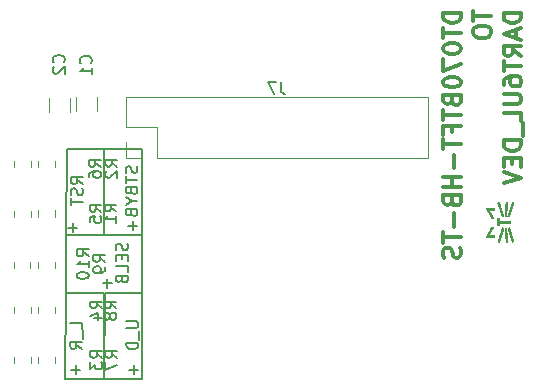
<source format=gbr>
G04 #@! TF.GenerationSoftware,KiCad,Pcbnew,(5.0.0)*
G04 #@! TF.CreationDate,2019-04-18T21:23:00-04:00*
G04 #@! TF.ProjectId,TouchscreenAdapter,546F75636873637265656E4164617074,rev?*
G04 #@! TF.SameCoordinates,Original*
G04 #@! TF.FileFunction,Legend,Bot*
G04 #@! TF.FilePolarity,Positive*
%FSLAX46Y46*%
G04 Gerber Fmt 4.6, Leading zero omitted, Abs format (unit mm)*
G04 Created by KiCad (PCBNEW (5.0.0)) date 04/18/19 21:23:00*
%MOMM*%
%LPD*%
G01*
G04 APERTURE LIST*
%ADD10C,0.300000*%
%ADD11C,0.150000*%
%ADD12C,0.200000*%
%ADD13C,0.010000*%
%ADD14C,0.120000*%
G04 APERTURE END LIST*
D10*
X145258071Y-66401642D02*
X143758071Y-66401642D01*
X143758071Y-66758785D01*
X143829500Y-66973071D01*
X143972357Y-67115928D01*
X144115214Y-67187357D01*
X144400928Y-67258785D01*
X144615214Y-67258785D01*
X144900928Y-67187357D01*
X145043785Y-67115928D01*
X145186642Y-66973071D01*
X145258071Y-66758785D01*
X145258071Y-66401642D01*
X143758071Y-67687357D02*
X143758071Y-68544500D01*
X145258071Y-68115928D02*
X143758071Y-68115928D01*
X143758071Y-69330214D02*
X143758071Y-69473071D01*
X143829500Y-69615928D01*
X143900928Y-69687357D01*
X144043785Y-69758785D01*
X144329500Y-69830214D01*
X144686642Y-69830214D01*
X144972357Y-69758785D01*
X145115214Y-69687357D01*
X145186642Y-69615928D01*
X145258071Y-69473071D01*
X145258071Y-69330214D01*
X145186642Y-69187357D01*
X145115214Y-69115928D01*
X144972357Y-69044500D01*
X144686642Y-68973071D01*
X144329500Y-68973071D01*
X144043785Y-69044500D01*
X143900928Y-69115928D01*
X143829500Y-69187357D01*
X143758071Y-69330214D01*
X143758071Y-70330214D02*
X143758071Y-71330214D01*
X145258071Y-70687357D01*
X143758071Y-72187357D02*
X143758071Y-72330214D01*
X143829500Y-72473071D01*
X143900928Y-72544500D01*
X144043785Y-72615928D01*
X144329500Y-72687357D01*
X144686642Y-72687357D01*
X144972357Y-72615928D01*
X145115214Y-72544500D01*
X145186642Y-72473071D01*
X145258071Y-72330214D01*
X145258071Y-72187357D01*
X145186642Y-72044500D01*
X145115214Y-71973071D01*
X144972357Y-71901642D01*
X144686642Y-71830214D01*
X144329500Y-71830214D01*
X144043785Y-71901642D01*
X143900928Y-71973071D01*
X143829500Y-72044500D01*
X143758071Y-72187357D01*
X144472357Y-73830214D02*
X144543785Y-74044500D01*
X144615214Y-74115928D01*
X144758071Y-74187357D01*
X144972357Y-74187357D01*
X145115214Y-74115928D01*
X145186642Y-74044500D01*
X145258071Y-73901642D01*
X145258071Y-73330214D01*
X143758071Y-73330214D01*
X143758071Y-73830214D01*
X143829500Y-73973071D01*
X143900928Y-74044500D01*
X144043785Y-74115928D01*
X144186642Y-74115928D01*
X144329500Y-74044500D01*
X144400928Y-73973071D01*
X144472357Y-73830214D01*
X144472357Y-73330214D01*
X143758071Y-74615928D02*
X143758071Y-75473071D01*
X145258071Y-75044500D02*
X143758071Y-75044500D01*
X144472357Y-76473071D02*
X144472357Y-75973071D01*
X145258071Y-75973071D02*
X143758071Y-75973071D01*
X143758071Y-76687357D01*
X143758071Y-77044500D02*
X143758071Y-77901642D01*
X145258071Y-77473071D02*
X143758071Y-77473071D01*
X144686642Y-78401642D02*
X144686642Y-79544500D01*
X145258071Y-80258785D02*
X143758071Y-80258785D01*
X144472357Y-80258785D02*
X144472357Y-81115928D01*
X145258071Y-81115928D02*
X143758071Y-81115928D01*
X144472357Y-82330214D02*
X144543785Y-82544500D01*
X144615214Y-82615928D01*
X144758071Y-82687357D01*
X144972357Y-82687357D01*
X145115214Y-82615928D01*
X145186642Y-82544500D01*
X145258071Y-82401642D01*
X145258071Y-81830214D01*
X143758071Y-81830214D01*
X143758071Y-82330214D01*
X143829500Y-82473071D01*
X143900928Y-82544500D01*
X144043785Y-82615928D01*
X144186642Y-82615928D01*
X144329500Y-82544500D01*
X144400928Y-82473071D01*
X144472357Y-82330214D01*
X144472357Y-81830214D01*
X144686642Y-83330214D02*
X144686642Y-84473071D01*
X143758071Y-84973071D02*
X143758071Y-85830214D01*
X145258071Y-85401642D02*
X143758071Y-85401642D01*
X145186642Y-86258785D02*
X145258071Y-86473071D01*
X145258071Y-86830214D01*
X145186642Y-86973071D01*
X145115214Y-87044500D01*
X144972357Y-87115928D01*
X144829500Y-87115928D01*
X144686642Y-87044500D01*
X144615214Y-86973071D01*
X144543785Y-86830214D01*
X144472357Y-86544500D01*
X144400928Y-86401642D01*
X144329500Y-86330214D01*
X144186642Y-86258785D01*
X144043785Y-86258785D01*
X143900928Y-86330214D01*
X143829500Y-86401642D01*
X143758071Y-86544500D01*
X143758071Y-86901642D01*
X143829500Y-87115928D01*
X146308071Y-66187357D02*
X146308071Y-67044500D01*
X147808071Y-66615928D02*
X146308071Y-66615928D01*
X146308071Y-67830214D02*
X146308071Y-68115928D01*
X146379500Y-68258785D01*
X146522357Y-68401642D01*
X146808071Y-68473071D01*
X147308071Y-68473071D01*
X147593785Y-68401642D01*
X147736642Y-68258785D01*
X147808071Y-68115928D01*
X147808071Y-67830214D01*
X147736642Y-67687357D01*
X147593785Y-67544500D01*
X147308071Y-67473071D01*
X146808071Y-67473071D01*
X146522357Y-67544500D01*
X146379500Y-67687357D01*
X146308071Y-67830214D01*
X150358071Y-66401642D02*
X148858071Y-66401642D01*
X148858071Y-66758785D01*
X148929500Y-66973071D01*
X149072357Y-67115928D01*
X149215214Y-67187357D01*
X149500928Y-67258785D01*
X149715214Y-67258785D01*
X150000928Y-67187357D01*
X150143785Y-67115928D01*
X150286642Y-66973071D01*
X150358071Y-66758785D01*
X150358071Y-66401642D01*
X149929500Y-67830214D02*
X149929500Y-68544500D01*
X150358071Y-67687357D02*
X148858071Y-68187357D01*
X150358071Y-68687357D01*
X150358071Y-70044500D02*
X149643785Y-69544500D01*
X150358071Y-69187357D02*
X148858071Y-69187357D01*
X148858071Y-69758785D01*
X148929500Y-69901642D01*
X149000928Y-69973071D01*
X149143785Y-70044500D01*
X149358071Y-70044500D01*
X149500928Y-69973071D01*
X149572357Y-69901642D01*
X149643785Y-69758785D01*
X149643785Y-69187357D01*
X148858071Y-70473071D02*
X148858071Y-71330214D01*
X150358071Y-70901642D02*
X148858071Y-70901642D01*
X148858071Y-72473071D02*
X148858071Y-72187357D01*
X148929500Y-72044500D01*
X149000928Y-71973071D01*
X149215214Y-71830214D01*
X149500928Y-71758785D01*
X150072357Y-71758785D01*
X150215214Y-71830214D01*
X150286642Y-71901642D01*
X150358071Y-72044500D01*
X150358071Y-72330214D01*
X150286642Y-72473071D01*
X150215214Y-72544500D01*
X150072357Y-72615928D01*
X149715214Y-72615928D01*
X149572357Y-72544500D01*
X149500928Y-72473071D01*
X149429500Y-72330214D01*
X149429500Y-72044500D01*
X149500928Y-71901642D01*
X149572357Y-71830214D01*
X149715214Y-71758785D01*
X148858071Y-73258785D02*
X150072357Y-73258785D01*
X150215214Y-73330214D01*
X150286642Y-73401642D01*
X150358071Y-73544500D01*
X150358071Y-73830214D01*
X150286642Y-73973071D01*
X150215214Y-74044500D01*
X150072357Y-74115928D01*
X148858071Y-74115928D01*
X150358071Y-75544500D02*
X150358071Y-74830214D01*
X148858071Y-74830214D01*
X150500928Y-75687357D02*
X150500928Y-76830214D01*
X150358071Y-77187357D02*
X148858071Y-77187357D01*
X148858071Y-77544500D01*
X148929500Y-77758785D01*
X149072357Y-77901642D01*
X149215214Y-77973071D01*
X149500928Y-78044500D01*
X149715214Y-78044500D01*
X150000928Y-77973071D01*
X150143785Y-77901642D01*
X150286642Y-77758785D01*
X150358071Y-77544500D01*
X150358071Y-77187357D01*
X149572357Y-78687357D02*
X149572357Y-79187357D01*
X150358071Y-79401642D02*
X150358071Y-78687357D01*
X148858071Y-78687357D01*
X148858071Y-79401642D01*
X148858071Y-79830214D02*
X150358071Y-80330214D01*
X148858071Y-80830214D01*
D11*
X117855952Y-84399428D02*
X117094047Y-84399428D01*
X117475000Y-84780380D02*
X117475000Y-84018476D01*
X112775952Y-84589928D02*
X112014047Y-84589928D01*
X112395000Y-84970880D02*
X112395000Y-84208976D01*
X115696952Y-89288928D02*
X114935047Y-89288928D01*
X115316000Y-89669880D02*
X115316000Y-88907976D01*
X117919452Y-96591428D02*
X117157547Y-96591428D01*
X117538500Y-96972380D02*
X117538500Y-96210476D01*
X113029952Y-96591428D02*
X112268047Y-96591428D01*
X112649000Y-96972380D02*
X112649000Y-96210476D01*
D12*
X111823500Y-85217000D02*
X111823500Y-90106500D01*
X118237000Y-85217000D02*
X118237000Y-90106500D01*
X116990761Y-85923642D02*
X117038380Y-86066500D01*
X117038380Y-86304595D01*
X116990761Y-86399833D01*
X116943142Y-86447452D01*
X116847904Y-86495071D01*
X116752666Y-86495071D01*
X116657428Y-86447452D01*
X116609809Y-86399833D01*
X116562190Y-86304595D01*
X116514571Y-86114119D01*
X116466952Y-86018880D01*
X116419333Y-85971261D01*
X116324095Y-85923642D01*
X116228857Y-85923642D01*
X116133619Y-85971261D01*
X116086000Y-86018880D01*
X116038380Y-86114119D01*
X116038380Y-86352214D01*
X116086000Y-86495071D01*
X116514571Y-86923642D02*
X116514571Y-87256976D01*
X117038380Y-87399833D02*
X117038380Y-86923642D01*
X116038380Y-86923642D01*
X116038380Y-87399833D01*
X117038380Y-88304595D02*
X117038380Y-87828404D01*
X116038380Y-87828404D01*
X116514571Y-88971261D02*
X116562190Y-89114119D01*
X116609809Y-89161738D01*
X116705047Y-89209357D01*
X116847904Y-89209357D01*
X116943142Y-89161738D01*
X116990761Y-89114119D01*
X117038380Y-89018880D01*
X117038380Y-88637928D01*
X116038380Y-88637928D01*
X116038380Y-88971261D01*
X116086000Y-89066500D01*
X116133619Y-89114119D01*
X116228857Y-89161738D01*
X116324095Y-89161738D01*
X116419333Y-89114119D01*
X116466952Y-89066500D01*
X116514571Y-88971261D01*
X116514571Y-88637928D01*
X113228380Y-80859380D02*
X112752190Y-80526047D01*
X113228380Y-80287952D02*
X112228380Y-80287952D01*
X112228380Y-80668904D01*
X112276000Y-80764142D01*
X112323619Y-80811761D01*
X112418857Y-80859380D01*
X112561714Y-80859380D01*
X112656952Y-80811761D01*
X112704571Y-80764142D01*
X112752190Y-80668904D01*
X112752190Y-80287952D01*
X113180761Y-81240333D02*
X113228380Y-81383190D01*
X113228380Y-81621285D01*
X113180761Y-81716523D01*
X113133142Y-81764142D01*
X113037904Y-81811761D01*
X112942666Y-81811761D01*
X112847428Y-81764142D01*
X112799809Y-81716523D01*
X112752190Y-81621285D01*
X112704571Y-81430809D01*
X112656952Y-81335571D01*
X112609333Y-81287952D01*
X112514095Y-81240333D01*
X112418857Y-81240333D01*
X112323619Y-81287952D01*
X112276000Y-81335571D01*
X112228380Y-81430809D01*
X112228380Y-81668904D01*
X112276000Y-81811761D01*
X112228380Y-82097476D02*
X112228380Y-82668904D01*
X113228380Y-82383190D02*
X112228380Y-82383190D01*
X115062000Y-77914500D02*
X111887000Y-77914500D01*
X111823500Y-85217000D02*
X115062000Y-85217000D01*
X115062000Y-85217000D02*
X115062000Y-77914500D01*
X111887000Y-77914500D02*
X111823500Y-85217000D01*
X117816261Y-79375261D02*
X117863880Y-79518119D01*
X117863880Y-79756214D01*
X117816261Y-79851452D01*
X117768642Y-79899071D01*
X117673404Y-79946690D01*
X117578166Y-79946690D01*
X117482928Y-79899071D01*
X117435309Y-79851452D01*
X117387690Y-79756214D01*
X117340071Y-79565738D01*
X117292452Y-79470500D01*
X117244833Y-79422880D01*
X117149595Y-79375261D01*
X117054357Y-79375261D01*
X116959119Y-79422880D01*
X116911500Y-79470500D01*
X116863880Y-79565738D01*
X116863880Y-79803833D01*
X116911500Y-79946690D01*
X116863880Y-80232404D02*
X116863880Y-80803833D01*
X117863880Y-80518119D02*
X116863880Y-80518119D01*
X117340071Y-81470500D02*
X117387690Y-81613357D01*
X117435309Y-81660976D01*
X117530547Y-81708595D01*
X117673404Y-81708595D01*
X117768642Y-81660976D01*
X117816261Y-81613357D01*
X117863880Y-81518119D01*
X117863880Y-81137166D01*
X116863880Y-81137166D01*
X116863880Y-81470500D01*
X116911500Y-81565738D01*
X116959119Y-81613357D01*
X117054357Y-81660976D01*
X117149595Y-81660976D01*
X117244833Y-81613357D01*
X117292452Y-81565738D01*
X117340071Y-81470500D01*
X117340071Y-81137166D01*
X117387690Y-82327642D02*
X117863880Y-82327642D01*
X116863880Y-81994309D02*
X117387690Y-82327642D01*
X116863880Y-82660976D01*
X117340071Y-83327642D02*
X117387690Y-83470500D01*
X117435309Y-83518119D01*
X117530547Y-83565738D01*
X117673404Y-83565738D01*
X117768642Y-83518119D01*
X117816261Y-83470500D01*
X117863880Y-83375261D01*
X117863880Y-82994309D01*
X116863880Y-82994309D01*
X116863880Y-83327642D01*
X116911500Y-83422880D01*
X116959119Y-83470500D01*
X117054357Y-83518119D01*
X117149595Y-83518119D01*
X117244833Y-83470500D01*
X117292452Y-83422880D01*
X117340071Y-83327642D01*
X117340071Y-82994309D01*
X115062000Y-77914500D02*
X114998500Y-85217000D01*
X118237000Y-85217000D02*
X118237000Y-77914500D01*
X118237000Y-77914500D02*
X115062000Y-77914500D01*
X114998500Y-85217000D02*
X118237000Y-85217000D01*
X116927380Y-92495833D02*
X117736904Y-92495833D01*
X117832142Y-92543452D01*
X117879761Y-92591071D01*
X117927380Y-92686309D01*
X117927380Y-92876785D01*
X117879761Y-92972023D01*
X117832142Y-93019642D01*
X117736904Y-93067261D01*
X116927380Y-93067261D01*
X118022619Y-93305357D02*
X118022619Y-94067261D01*
X117927380Y-94305357D02*
X116927380Y-94305357D01*
X116927380Y-94543452D01*
X116975000Y-94686309D01*
X117070238Y-94781547D01*
X117165476Y-94829166D01*
X117355952Y-94876785D01*
X117498809Y-94876785D01*
X117689285Y-94829166D01*
X117784523Y-94781547D01*
X117879761Y-94686309D01*
X117927380Y-94543452D01*
X117927380Y-94305357D01*
X115062000Y-97345500D02*
X118237000Y-97345500D01*
X115125500Y-90106500D02*
X115062000Y-97345500D01*
X118237000Y-90106500D02*
X115125500Y-90106500D01*
X118237000Y-97345500D02*
X118237000Y-90106500D01*
X113164880Y-93154571D02*
X113164880Y-92678380D01*
X112164880Y-92678380D01*
X113260119Y-93249809D02*
X113260119Y-94011714D01*
X113164880Y-94821238D02*
X112688690Y-94487904D01*
X113164880Y-94249809D02*
X112164880Y-94249809D01*
X112164880Y-94630761D01*
X112212500Y-94726000D01*
X112260119Y-94773619D01*
X112355357Y-94821238D01*
X112498214Y-94821238D01*
X112593452Y-94773619D01*
X112641071Y-94726000D01*
X112688690Y-94630761D01*
X112688690Y-94249809D01*
X111760000Y-97345500D02*
X114998500Y-97345500D01*
X111823500Y-90043000D02*
X111760000Y-97345500D01*
X114998500Y-90106500D02*
X111823500Y-90106500D01*
X114998500Y-97345500D02*
X114998500Y-90106500D01*
D13*
G04 #@! TO.C,G\002A\002A\002A*
G36*
X149199282Y-84596986D02*
X149200422Y-84600710D01*
X149203191Y-84609449D01*
X149207493Y-84622904D01*
X149213231Y-84640775D01*
X149220307Y-84662765D01*
X149228625Y-84688572D01*
X149238088Y-84717899D01*
X149248599Y-84750447D01*
X149260060Y-84785916D01*
X149272376Y-84824008D01*
X149285449Y-84864423D01*
X149299182Y-84906862D01*
X149313478Y-84951027D01*
X149328240Y-84996618D01*
X149343372Y-85043337D01*
X149358776Y-85090884D01*
X149374356Y-85138960D01*
X149390014Y-85187266D01*
X149405654Y-85235504D01*
X149421178Y-85283374D01*
X149436490Y-85330577D01*
X149451493Y-85376814D01*
X149466090Y-85421787D01*
X149480183Y-85465195D01*
X149493677Y-85506741D01*
X149506474Y-85546124D01*
X149518476Y-85583047D01*
X149529588Y-85617210D01*
X149539713Y-85648313D01*
X149548752Y-85676059D01*
X149556610Y-85700147D01*
X149563189Y-85720280D01*
X149568393Y-85736157D01*
X149572124Y-85747480D01*
X149574286Y-85753950D01*
X149574818Y-85755437D01*
X149577737Y-85754995D01*
X149585033Y-85753064D01*
X149595731Y-85749954D01*
X149608857Y-85745973D01*
X149623439Y-85741432D01*
X149638501Y-85736640D01*
X149653071Y-85731906D01*
X149666174Y-85727540D01*
X149676836Y-85723852D01*
X149684084Y-85721151D01*
X149686896Y-85719808D01*
X149686219Y-85716985D01*
X149683878Y-85709038D01*
X149679951Y-85696214D01*
X149674516Y-85678757D01*
X149667653Y-85656914D01*
X149659440Y-85630930D01*
X149649954Y-85601051D01*
X149639274Y-85567522D01*
X149627480Y-85530588D01*
X149614648Y-85490496D01*
X149600859Y-85447490D01*
X149586189Y-85401817D01*
X149570718Y-85353722D01*
X149554523Y-85303450D01*
X149537684Y-85251247D01*
X149520279Y-85197358D01*
X149502386Y-85142029D01*
X149501075Y-85137978D01*
X149483129Y-85082545D01*
X149465633Y-85028536D01*
X149448666Y-84976196D01*
X149432309Y-84925772D01*
X149416641Y-84877508D01*
X149401742Y-84831650D01*
X149387693Y-84788445D01*
X149374574Y-84748137D01*
X149362464Y-84710972D01*
X149351444Y-84677197D01*
X149341594Y-84647056D01*
X149332994Y-84620795D01*
X149325723Y-84598660D01*
X149319863Y-84580896D01*
X149315492Y-84567750D01*
X149312691Y-84559466D01*
X149311540Y-84556291D01*
X149311523Y-84556266D01*
X149308404Y-84556576D01*
X149300748Y-84558439D01*
X149289375Y-84561622D01*
X149275104Y-84565895D01*
X149258753Y-84571024D01*
X149253664Y-84572663D01*
X149234959Y-84578758D01*
X149220981Y-84583447D01*
X149211076Y-84587023D01*
X149204588Y-84589779D01*
X149200863Y-84592008D01*
X149199246Y-84594003D01*
X149199081Y-84596056D01*
X149199282Y-84596986D01*
X149199282Y-84596986D01*
G37*
X149199282Y-84596986D02*
X149200422Y-84600710D01*
X149203191Y-84609449D01*
X149207493Y-84622904D01*
X149213231Y-84640775D01*
X149220307Y-84662765D01*
X149228625Y-84688572D01*
X149238088Y-84717899D01*
X149248599Y-84750447D01*
X149260060Y-84785916D01*
X149272376Y-84824008D01*
X149285449Y-84864423D01*
X149299182Y-84906862D01*
X149313478Y-84951027D01*
X149328240Y-84996618D01*
X149343372Y-85043337D01*
X149358776Y-85090884D01*
X149374356Y-85138960D01*
X149390014Y-85187266D01*
X149405654Y-85235504D01*
X149421178Y-85283374D01*
X149436490Y-85330577D01*
X149451493Y-85376814D01*
X149466090Y-85421787D01*
X149480183Y-85465195D01*
X149493677Y-85506741D01*
X149506474Y-85546124D01*
X149518476Y-85583047D01*
X149529588Y-85617210D01*
X149539713Y-85648313D01*
X149548752Y-85676059D01*
X149556610Y-85700147D01*
X149563189Y-85720280D01*
X149568393Y-85736157D01*
X149572124Y-85747480D01*
X149574286Y-85753950D01*
X149574818Y-85755437D01*
X149577737Y-85754995D01*
X149585033Y-85753064D01*
X149595731Y-85749954D01*
X149608857Y-85745973D01*
X149623439Y-85741432D01*
X149638501Y-85736640D01*
X149653071Y-85731906D01*
X149666174Y-85727540D01*
X149676836Y-85723852D01*
X149684084Y-85721151D01*
X149686896Y-85719808D01*
X149686219Y-85716985D01*
X149683878Y-85709038D01*
X149679951Y-85696214D01*
X149674516Y-85678757D01*
X149667653Y-85656914D01*
X149659440Y-85630930D01*
X149649954Y-85601051D01*
X149639274Y-85567522D01*
X149627480Y-85530588D01*
X149614648Y-85490496D01*
X149600859Y-85447490D01*
X149586189Y-85401817D01*
X149570718Y-85353722D01*
X149554523Y-85303450D01*
X149537684Y-85251247D01*
X149520279Y-85197358D01*
X149502386Y-85142029D01*
X149501075Y-85137978D01*
X149483129Y-85082545D01*
X149465633Y-85028536D01*
X149448666Y-84976196D01*
X149432309Y-84925772D01*
X149416641Y-84877508D01*
X149401742Y-84831650D01*
X149387693Y-84788445D01*
X149374574Y-84748137D01*
X149362464Y-84710972D01*
X149351444Y-84677197D01*
X149341594Y-84647056D01*
X149332994Y-84620795D01*
X149325723Y-84598660D01*
X149319863Y-84580896D01*
X149315492Y-84567750D01*
X149312691Y-84559466D01*
X149311540Y-84556291D01*
X149311523Y-84556266D01*
X149308404Y-84556576D01*
X149300748Y-84558439D01*
X149289375Y-84561622D01*
X149275104Y-84565895D01*
X149258753Y-84571024D01*
X149253664Y-84572663D01*
X149234959Y-84578758D01*
X149220981Y-84583447D01*
X149211076Y-84587023D01*
X149204588Y-84589779D01*
X149200863Y-84592008D01*
X149199246Y-84594003D01*
X149199081Y-84596056D01*
X149199282Y-84596986D01*
G36*
X149192253Y-83585329D02*
X149199210Y-83587933D01*
X149209639Y-83591611D01*
X149222587Y-83596047D01*
X149237101Y-83600927D01*
X149252229Y-83605935D01*
X149267015Y-83610757D01*
X149280509Y-83615078D01*
X149291755Y-83618581D01*
X149299801Y-83620953D01*
X149303694Y-83621878D01*
X149303904Y-83621850D01*
X149304814Y-83619126D01*
X149307381Y-83611277D01*
X149311525Y-83598549D01*
X149317167Y-83581186D01*
X149324226Y-83559434D01*
X149332624Y-83533538D01*
X149342281Y-83503745D01*
X149353117Y-83470299D01*
X149365054Y-83433446D01*
X149378011Y-83393432D01*
X149391909Y-83350502D01*
X149406668Y-83304901D01*
X149422209Y-83256876D01*
X149438453Y-83206670D01*
X149455319Y-83154531D01*
X149472729Y-83100703D01*
X149490603Y-83045432D01*
X149491435Y-83042859D01*
X149509343Y-82987482D01*
X149526798Y-82933511D01*
X149543720Y-82881194D01*
X149560030Y-82830778D01*
X149575647Y-82782510D01*
X149590490Y-82736637D01*
X149604481Y-82693407D01*
X149617539Y-82653067D01*
X149629584Y-82615863D01*
X149640536Y-82582044D01*
X149650315Y-82551856D01*
X149658841Y-82525547D01*
X149666033Y-82503363D01*
X149671813Y-82485553D01*
X149676099Y-82472363D01*
X149678812Y-82464040D01*
X149679872Y-82460832D01*
X149679878Y-82460815D01*
X149678741Y-82456916D01*
X149674577Y-82454365D01*
X149667687Y-82451920D01*
X149657317Y-82448455D01*
X149644445Y-82444276D01*
X149630049Y-82439688D01*
X149615109Y-82434996D01*
X149600604Y-82430504D01*
X149587510Y-82426519D01*
X149576808Y-82423345D01*
X149569477Y-82421288D01*
X149566493Y-82420652D01*
X149566477Y-82420661D01*
X149565539Y-82423383D01*
X149562961Y-82431178D01*
X149558841Y-82443747D01*
X149553274Y-82460792D01*
X149546358Y-82482014D01*
X149538189Y-82507116D01*
X149528863Y-82535798D01*
X149518478Y-82567763D01*
X149507130Y-82602711D01*
X149494916Y-82640345D01*
X149481931Y-82680367D01*
X149468274Y-82722478D01*
X149454040Y-82766379D01*
X149439325Y-82811772D01*
X149424228Y-82858360D01*
X149408843Y-82905843D01*
X149393269Y-82953923D01*
X149377601Y-83002302D01*
X149361936Y-83050682D01*
X149346371Y-83098764D01*
X149331002Y-83146250D01*
X149315926Y-83192841D01*
X149301240Y-83238239D01*
X149287039Y-83282146D01*
X149273422Y-83324264D01*
X149260484Y-83364293D01*
X149248321Y-83401937D01*
X149237032Y-83436895D01*
X149226711Y-83468871D01*
X149217457Y-83497565D01*
X149209365Y-83522680D01*
X149202532Y-83543916D01*
X149197054Y-83560977D01*
X149193029Y-83573562D01*
X149190553Y-83581374D01*
X149189722Y-83584113D01*
X149192253Y-83585329D01*
X149192253Y-83585329D01*
G37*
X149192253Y-83585329D02*
X149199210Y-83587933D01*
X149209639Y-83591611D01*
X149222587Y-83596047D01*
X149237101Y-83600927D01*
X149252229Y-83605935D01*
X149267015Y-83610757D01*
X149280509Y-83615078D01*
X149291755Y-83618581D01*
X149299801Y-83620953D01*
X149303694Y-83621878D01*
X149303904Y-83621850D01*
X149304814Y-83619126D01*
X149307381Y-83611277D01*
X149311525Y-83598549D01*
X149317167Y-83581186D01*
X149324226Y-83559434D01*
X149332624Y-83533538D01*
X149342281Y-83503745D01*
X149353117Y-83470299D01*
X149365054Y-83433446D01*
X149378011Y-83393432D01*
X149391909Y-83350502D01*
X149406668Y-83304901D01*
X149422209Y-83256876D01*
X149438453Y-83206670D01*
X149455319Y-83154531D01*
X149472729Y-83100703D01*
X149490603Y-83045432D01*
X149491435Y-83042859D01*
X149509343Y-82987482D01*
X149526798Y-82933511D01*
X149543720Y-82881194D01*
X149560030Y-82830778D01*
X149575647Y-82782510D01*
X149590490Y-82736637D01*
X149604481Y-82693407D01*
X149617539Y-82653067D01*
X149629584Y-82615863D01*
X149640536Y-82582044D01*
X149650315Y-82551856D01*
X149658841Y-82525547D01*
X149666033Y-82503363D01*
X149671813Y-82485553D01*
X149676099Y-82472363D01*
X149678812Y-82464040D01*
X149679872Y-82460832D01*
X149679878Y-82460815D01*
X149678741Y-82456916D01*
X149674577Y-82454365D01*
X149667687Y-82451920D01*
X149657317Y-82448455D01*
X149644445Y-82444276D01*
X149630049Y-82439688D01*
X149615109Y-82434996D01*
X149600604Y-82430504D01*
X149587510Y-82426519D01*
X149576808Y-82423345D01*
X149569477Y-82421288D01*
X149566493Y-82420652D01*
X149566477Y-82420661D01*
X149565539Y-82423383D01*
X149562961Y-82431178D01*
X149558841Y-82443747D01*
X149553274Y-82460792D01*
X149546358Y-82482014D01*
X149538189Y-82507116D01*
X149528863Y-82535798D01*
X149518478Y-82567763D01*
X149507130Y-82602711D01*
X149494916Y-82640345D01*
X149481931Y-82680367D01*
X149468274Y-82722478D01*
X149454040Y-82766379D01*
X149439325Y-82811772D01*
X149424228Y-82858360D01*
X149408843Y-82905843D01*
X149393269Y-82953923D01*
X149377601Y-83002302D01*
X149361936Y-83050682D01*
X149346371Y-83098764D01*
X149331002Y-83146250D01*
X149315926Y-83192841D01*
X149301240Y-83238239D01*
X149287039Y-83282146D01*
X149273422Y-83324264D01*
X149260484Y-83364293D01*
X149248321Y-83401937D01*
X149237032Y-83436895D01*
X149226711Y-83468871D01*
X149217457Y-83497565D01*
X149209365Y-83522680D01*
X149202532Y-83543916D01*
X149197054Y-83560977D01*
X149193029Y-83573562D01*
X149190553Y-83581374D01*
X149189722Y-83584113D01*
X149192253Y-83585329D01*
G36*
X148447478Y-84353400D02*
X148447478Y-84164311D01*
X149440900Y-84164311D01*
X149440900Y-83978045D01*
X148447478Y-83978045D01*
X148447478Y-83788956D01*
X148278145Y-83788956D01*
X148278145Y-84353400D01*
X148447478Y-84353400D01*
X148447478Y-84353400D01*
G37*
X148447478Y-84353400D02*
X148447478Y-84164311D01*
X149440900Y-84164311D01*
X149440900Y-83978045D01*
X148447478Y-83978045D01*
X148447478Y-83788956D01*
X148278145Y-83788956D01*
X148278145Y-84353400D01*
X148447478Y-84353400D01*
G36*
X148958753Y-84592109D02*
X148959215Y-84600277D01*
X148960022Y-84613447D01*
X148961154Y-84631305D01*
X148962588Y-84653537D01*
X148964305Y-84679828D01*
X148966281Y-84709864D01*
X148968497Y-84743331D01*
X148970930Y-84779914D01*
X148973559Y-84819299D01*
X148976363Y-84861172D01*
X148979320Y-84905218D01*
X148982409Y-84951123D01*
X148985609Y-84998572D01*
X148988899Y-85047252D01*
X148992256Y-85096848D01*
X148995660Y-85147045D01*
X148999089Y-85197529D01*
X149002522Y-85247986D01*
X149005938Y-85298102D01*
X149009314Y-85347562D01*
X149012631Y-85396052D01*
X149015865Y-85443257D01*
X149018997Y-85488863D01*
X149022005Y-85532556D01*
X149024866Y-85574022D01*
X149027561Y-85612945D01*
X149030067Y-85649012D01*
X149032364Y-85681909D01*
X149034429Y-85711321D01*
X149036242Y-85736933D01*
X149037780Y-85758432D01*
X149039024Y-85775503D01*
X149039951Y-85787832D01*
X149040540Y-85795104D01*
X149040756Y-85797073D01*
X149043685Y-85797117D01*
X149051349Y-85796777D01*
X149062856Y-85796105D01*
X149077313Y-85795154D01*
X149093767Y-85793980D01*
X149110757Y-85792744D01*
X149126142Y-85791660D01*
X149138902Y-85790798D01*
X149148012Y-85790227D01*
X149152328Y-85790017D01*
X149155690Y-85789569D01*
X149157558Y-85787530D01*
X149158323Y-85782648D01*
X149158379Y-85773669D01*
X149158332Y-85770861D01*
X149158105Y-85766207D01*
X149157505Y-85756194D01*
X149156551Y-85741097D01*
X149155260Y-85721189D01*
X149153652Y-85696742D01*
X149151745Y-85668031D01*
X149149557Y-85635327D01*
X149147106Y-85598905D01*
X149144412Y-85559038D01*
X149141492Y-85515998D01*
X149138365Y-85470059D01*
X149135050Y-85421493D01*
X149131565Y-85370575D01*
X149127928Y-85317578D01*
X149124158Y-85262773D01*
X149120273Y-85206436D01*
X149117591Y-85167611D01*
X149113653Y-85110664D01*
X149109818Y-85055217D01*
X149106104Y-85001534D01*
X149102530Y-84949875D01*
X149099113Y-84900505D01*
X149095872Y-84853686D01*
X149092825Y-84809679D01*
X149089990Y-84768749D01*
X149087385Y-84731157D01*
X149085029Y-84697165D01*
X149082940Y-84667038D01*
X149081136Y-84641036D01*
X149079634Y-84619423D01*
X149078454Y-84602460D01*
X149077614Y-84590412D01*
X149077131Y-84583540D01*
X149077015Y-84581942D01*
X149074317Y-84581728D01*
X149066994Y-84581874D01*
X149056053Y-84582320D01*
X149042496Y-84583002D01*
X149027329Y-84583860D01*
X149011557Y-84584830D01*
X148996183Y-84585851D01*
X148982212Y-84586860D01*
X148970650Y-84587796D01*
X148962499Y-84588596D01*
X148958766Y-84589198D01*
X148958659Y-84589258D01*
X148958753Y-84592109D01*
X148958753Y-84592109D01*
G37*
X148958753Y-84592109D02*
X148959215Y-84600277D01*
X148960022Y-84613447D01*
X148961154Y-84631305D01*
X148962588Y-84653537D01*
X148964305Y-84679828D01*
X148966281Y-84709864D01*
X148968497Y-84743331D01*
X148970930Y-84779914D01*
X148973559Y-84819299D01*
X148976363Y-84861172D01*
X148979320Y-84905218D01*
X148982409Y-84951123D01*
X148985609Y-84998572D01*
X148988899Y-85047252D01*
X148992256Y-85096848D01*
X148995660Y-85147045D01*
X148999089Y-85197529D01*
X149002522Y-85247986D01*
X149005938Y-85298102D01*
X149009314Y-85347562D01*
X149012631Y-85396052D01*
X149015865Y-85443257D01*
X149018997Y-85488863D01*
X149022005Y-85532556D01*
X149024866Y-85574022D01*
X149027561Y-85612945D01*
X149030067Y-85649012D01*
X149032364Y-85681909D01*
X149034429Y-85711321D01*
X149036242Y-85736933D01*
X149037780Y-85758432D01*
X149039024Y-85775503D01*
X149039951Y-85787832D01*
X149040540Y-85795104D01*
X149040756Y-85797073D01*
X149043685Y-85797117D01*
X149051349Y-85796777D01*
X149062856Y-85796105D01*
X149077313Y-85795154D01*
X149093767Y-85793980D01*
X149110757Y-85792744D01*
X149126142Y-85791660D01*
X149138902Y-85790798D01*
X149148012Y-85790227D01*
X149152328Y-85790017D01*
X149155690Y-85789569D01*
X149157558Y-85787530D01*
X149158323Y-85782648D01*
X149158379Y-85773669D01*
X149158332Y-85770861D01*
X149158105Y-85766207D01*
X149157505Y-85756194D01*
X149156551Y-85741097D01*
X149155260Y-85721189D01*
X149153652Y-85696742D01*
X149151745Y-85668031D01*
X149149557Y-85635327D01*
X149147106Y-85598905D01*
X149144412Y-85559038D01*
X149141492Y-85515998D01*
X149138365Y-85470059D01*
X149135050Y-85421493D01*
X149131565Y-85370575D01*
X149127928Y-85317578D01*
X149124158Y-85262773D01*
X149120273Y-85206436D01*
X149117591Y-85167611D01*
X149113653Y-85110664D01*
X149109818Y-85055217D01*
X149106104Y-85001534D01*
X149102530Y-84949875D01*
X149099113Y-84900505D01*
X149095872Y-84853686D01*
X149092825Y-84809679D01*
X149089990Y-84768749D01*
X149087385Y-84731157D01*
X149085029Y-84697165D01*
X149082940Y-84667038D01*
X149081136Y-84641036D01*
X149079634Y-84619423D01*
X149078454Y-84602460D01*
X149077614Y-84590412D01*
X149077131Y-84583540D01*
X149077015Y-84581942D01*
X149074317Y-84581728D01*
X149066994Y-84581874D01*
X149056053Y-84582320D01*
X149042496Y-84583002D01*
X149027329Y-84583860D01*
X149011557Y-84584830D01*
X148996183Y-84585851D01*
X148982212Y-84586860D01*
X148970650Y-84587796D01*
X148962499Y-84588596D01*
X148958766Y-84589198D01*
X148958659Y-84589258D01*
X148958753Y-84592109D01*
G36*
X148953314Y-83587682D02*
X148960927Y-83588442D01*
X148972126Y-83589386D01*
X148985889Y-83590445D01*
X149001193Y-83591549D01*
X149017015Y-83592627D01*
X149032331Y-83593611D01*
X149046119Y-83594430D01*
X149057355Y-83595015D01*
X149065017Y-83595296D01*
X149068081Y-83595203D01*
X149068083Y-83595202D01*
X149068381Y-83592352D01*
X149069037Y-83584186D01*
X149070031Y-83571020D01*
X149071340Y-83553171D01*
X149072943Y-83530955D01*
X149074818Y-83504686D01*
X149076944Y-83474682D01*
X149079298Y-83441258D01*
X149081859Y-83404730D01*
X149084606Y-83365414D01*
X149087516Y-83323626D01*
X149090568Y-83279683D01*
X149093741Y-83233899D01*
X149097012Y-83186591D01*
X149100360Y-83138076D01*
X149103764Y-83088668D01*
X149107201Y-83038684D01*
X149110650Y-82988441D01*
X149114089Y-82938253D01*
X149117497Y-82888437D01*
X149120851Y-82839308D01*
X149124131Y-82791184D01*
X149127314Y-82744379D01*
X149130379Y-82699210D01*
X149133304Y-82655993D01*
X149136068Y-82615043D01*
X149138648Y-82576677D01*
X149141024Y-82541211D01*
X149143172Y-82508960D01*
X149145073Y-82480241D01*
X149146703Y-82455369D01*
X149148042Y-82434661D01*
X149149068Y-82418432D01*
X149149758Y-82406999D01*
X149150092Y-82400677D01*
X149150121Y-82399717D01*
X149149979Y-82391632D01*
X149148734Y-82387678D01*
X149145373Y-82386342D01*
X149141039Y-82386151D01*
X149135239Y-82385892D01*
X149124947Y-82385274D01*
X149111299Y-82384373D01*
X149095430Y-82383262D01*
X149082478Y-82382316D01*
X149066452Y-82381154D01*
X149052518Y-82380203D01*
X149041593Y-82379520D01*
X149034592Y-82379162D01*
X149032407Y-82379160D01*
X149032125Y-82381997D01*
X149031486Y-82390152D01*
X149030513Y-82403310D01*
X149029226Y-82421157D01*
X149027647Y-82443379D01*
X149025797Y-82469660D01*
X149023697Y-82499688D01*
X149021370Y-82533147D01*
X149018836Y-82569724D01*
X149016116Y-82609103D01*
X149013233Y-82650971D01*
X149010207Y-82695014D01*
X149007059Y-82740916D01*
X149003812Y-82788364D01*
X149000486Y-82837044D01*
X148997104Y-82886640D01*
X148993685Y-82936839D01*
X148990252Y-82987327D01*
X148986825Y-83037789D01*
X148983427Y-83087911D01*
X148980079Y-83137378D01*
X148976801Y-83185876D01*
X148973616Y-83233092D01*
X148970545Y-83278709D01*
X148967608Y-83322415D01*
X148964828Y-83363895D01*
X148962226Y-83402835D01*
X148959823Y-83438920D01*
X148957641Y-83471835D01*
X148955700Y-83501268D01*
X148954023Y-83526903D01*
X148952630Y-83548426D01*
X148951543Y-83565522D01*
X148950784Y-83577878D01*
X148950373Y-83585179D01*
X148950312Y-83587175D01*
X148953314Y-83587682D01*
X148953314Y-83587682D01*
G37*
X148953314Y-83587682D02*
X148960927Y-83588442D01*
X148972126Y-83589386D01*
X148985889Y-83590445D01*
X149001193Y-83591549D01*
X149017015Y-83592627D01*
X149032331Y-83593611D01*
X149046119Y-83594430D01*
X149057355Y-83595015D01*
X149065017Y-83595296D01*
X149068081Y-83595203D01*
X149068083Y-83595202D01*
X149068381Y-83592352D01*
X149069037Y-83584186D01*
X149070031Y-83571020D01*
X149071340Y-83553171D01*
X149072943Y-83530955D01*
X149074818Y-83504686D01*
X149076944Y-83474682D01*
X149079298Y-83441258D01*
X149081859Y-83404730D01*
X149084606Y-83365414D01*
X149087516Y-83323626D01*
X149090568Y-83279683D01*
X149093741Y-83233899D01*
X149097012Y-83186591D01*
X149100360Y-83138076D01*
X149103764Y-83088668D01*
X149107201Y-83038684D01*
X149110650Y-82988441D01*
X149114089Y-82938253D01*
X149117497Y-82888437D01*
X149120851Y-82839308D01*
X149124131Y-82791184D01*
X149127314Y-82744379D01*
X149130379Y-82699210D01*
X149133304Y-82655993D01*
X149136068Y-82615043D01*
X149138648Y-82576677D01*
X149141024Y-82541211D01*
X149143172Y-82508960D01*
X149145073Y-82480241D01*
X149146703Y-82455369D01*
X149148042Y-82434661D01*
X149149068Y-82418432D01*
X149149758Y-82406999D01*
X149150092Y-82400677D01*
X149150121Y-82399717D01*
X149149979Y-82391632D01*
X149148734Y-82387678D01*
X149145373Y-82386342D01*
X149141039Y-82386151D01*
X149135239Y-82385892D01*
X149124947Y-82385274D01*
X149111299Y-82384373D01*
X149095430Y-82383262D01*
X149082478Y-82382316D01*
X149066452Y-82381154D01*
X149052518Y-82380203D01*
X149041593Y-82379520D01*
X149034592Y-82379162D01*
X149032407Y-82379160D01*
X149032125Y-82381997D01*
X149031486Y-82390152D01*
X149030513Y-82403310D01*
X149029226Y-82421157D01*
X149027647Y-82443379D01*
X149025797Y-82469660D01*
X149023697Y-82499688D01*
X149021370Y-82533147D01*
X149018836Y-82569724D01*
X149016116Y-82609103D01*
X149013233Y-82650971D01*
X149010207Y-82695014D01*
X149007059Y-82740916D01*
X149003812Y-82788364D01*
X149000486Y-82837044D01*
X148997104Y-82886640D01*
X148993685Y-82936839D01*
X148990252Y-82987327D01*
X148986825Y-83037789D01*
X148983427Y-83087911D01*
X148980079Y-83137378D01*
X148976801Y-83185876D01*
X148973616Y-83233092D01*
X148970545Y-83278709D01*
X148967608Y-83322415D01*
X148964828Y-83363895D01*
X148962226Y-83402835D01*
X148959823Y-83438920D01*
X148957641Y-83471835D01*
X148955700Y-83501268D01*
X148954023Y-83526903D01*
X148952630Y-83548426D01*
X148951543Y-83565522D01*
X148950784Y-83577878D01*
X148950373Y-83585179D01*
X148950312Y-83587175D01*
X148953314Y-83587682D01*
G36*
X148352508Y-85724105D02*
X148355892Y-85725734D01*
X148363571Y-85728597D01*
X148374569Y-85732386D01*
X148387909Y-85736795D01*
X148402617Y-85741519D01*
X148417715Y-85746250D01*
X148432229Y-85750683D01*
X148445181Y-85754511D01*
X148455597Y-85757428D01*
X148462499Y-85759128D01*
X148464894Y-85759372D01*
X148465866Y-85756616D01*
X148468478Y-85748788D01*
X148472635Y-85736185D01*
X148478239Y-85719105D01*
X148485194Y-85697846D01*
X148493404Y-85672706D01*
X148502771Y-85643983D01*
X148513200Y-85611975D01*
X148524593Y-85576979D01*
X148536854Y-85539294D01*
X148549886Y-85499217D01*
X148563593Y-85457046D01*
X148577878Y-85413079D01*
X148592644Y-85367614D01*
X148607796Y-85320949D01*
X148623235Y-85273382D01*
X148638866Y-85225209D01*
X148654592Y-85176731D01*
X148670317Y-85128243D01*
X148685943Y-85080045D01*
X148701374Y-85032433D01*
X148716514Y-84985706D01*
X148731266Y-84940162D01*
X148745533Y-84896099D01*
X148759219Y-84853814D01*
X148772226Y-84813605D01*
X148784459Y-84775770D01*
X148795821Y-84740608D01*
X148806215Y-84708415D01*
X148815545Y-84679490D01*
X148823714Y-84654130D01*
X148830625Y-84632634D01*
X148836181Y-84615300D01*
X148840287Y-84602424D01*
X148842845Y-84594306D01*
X148843587Y-84591878D01*
X148843732Y-84589858D01*
X148842477Y-84587903D01*
X148839174Y-84585731D01*
X148833177Y-84583062D01*
X148823840Y-84579613D01*
X148810517Y-84575103D01*
X148792561Y-84569250D01*
X148788930Y-84568079D01*
X148772097Y-84562740D01*
X148757132Y-84558162D01*
X148744845Y-84554579D01*
X148736046Y-84552223D01*
X148731546Y-84551331D01*
X148731150Y-84551388D01*
X148730077Y-84554246D01*
X148727378Y-84562171D01*
X148723147Y-84574864D01*
X148717481Y-84592028D01*
X148710476Y-84613367D01*
X148702228Y-84638582D01*
X148692832Y-84667378D01*
X148682385Y-84699456D01*
X148670982Y-84734520D01*
X148658720Y-84772272D01*
X148645694Y-84812416D01*
X148632001Y-84854654D01*
X148617736Y-84898689D01*
X148602995Y-84944224D01*
X148587874Y-84990962D01*
X148572470Y-85038605D01*
X148556877Y-85086857D01*
X148541192Y-85135420D01*
X148525512Y-85183997D01*
X148509931Y-85232292D01*
X148494546Y-85280006D01*
X148479453Y-85326843D01*
X148464747Y-85372506D01*
X148450525Y-85416697D01*
X148436883Y-85459120D01*
X148423916Y-85499477D01*
X148411720Y-85537471D01*
X148400392Y-85572805D01*
X148390028Y-85605181D01*
X148380722Y-85634303D01*
X148372572Y-85659874D01*
X148365673Y-85681596D01*
X148360121Y-85699172D01*
X148356012Y-85712306D01*
X148353442Y-85720699D01*
X148352507Y-85724055D01*
X148352508Y-85724105D01*
X148352508Y-85724105D01*
G37*
X148352508Y-85724105D02*
X148355892Y-85725734D01*
X148363571Y-85728597D01*
X148374569Y-85732386D01*
X148387909Y-85736795D01*
X148402617Y-85741519D01*
X148417715Y-85746250D01*
X148432229Y-85750683D01*
X148445181Y-85754511D01*
X148455597Y-85757428D01*
X148462499Y-85759128D01*
X148464894Y-85759372D01*
X148465866Y-85756616D01*
X148468478Y-85748788D01*
X148472635Y-85736185D01*
X148478239Y-85719105D01*
X148485194Y-85697846D01*
X148493404Y-85672706D01*
X148502771Y-85643983D01*
X148513200Y-85611975D01*
X148524593Y-85576979D01*
X148536854Y-85539294D01*
X148549886Y-85499217D01*
X148563593Y-85457046D01*
X148577878Y-85413079D01*
X148592644Y-85367614D01*
X148607796Y-85320949D01*
X148623235Y-85273382D01*
X148638866Y-85225209D01*
X148654592Y-85176731D01*
X148670317Y-85128243D01*
X148685943Y-85080045D01*
X148701374Y-85032433D01*
X148716514Y-84985706D01*
X148731266Y-84940162D01*
X148745533Y-84896099D01*
X148759219Y-84853814D01*
X148772226Y-84813605D01*
X148784459Y-84775770D01*
X148795821Y-84740608D01*
X148806215Y-84708415D01*
X148815545Y-84679490D01*
X148823714Y-84654130D01*
X148830625Y-84632634D01*
X148836181Y-84615300D01*
X148840287Y-84602424D01*
X148842845Y-84594306D01*
X148843587Y-84591878D01*
X148843732Y-84589858D01*
X148842477Y-84587903D01*
X148839174Y-84585731D01*
X148833177Y-84583062D01*
X148823840Y-84579613D01*
X148810517Y-84575103D01*
X148792561Y-84569250D01*
X148788930Y-84568079D01*
X148772097Y-84562740D01*
X148757132Y-84558162D01*
X148744845Y-84554579D01*
X148736046Y-84552223D01*
X148731546Y-84551331D01*
X148731150Y-84551388D01*
X148730077Y-84554246D01*
X148727378Y-84562171D01*
X148723147Y-84574864D01*
X148717481Y-84592028D01*
X148710476Y-84613367D01*
X148702228Y-84638582D01*
X148692832Y-84667378D01*
X148682385Y-84699456D01*
X148670982Y-84734520D01*
X148658720Y-84772272D01*
X148645694Y-84812416D01*
X148632001Y-84854654D01*
X148617736Y-84898689D01*
X148602995Y-84944224D01*
X148587874Y-84990962D01*
X148572470Y-85038605D01*
X148556877Y-85086857D01*
X148541192Y-85135420D01*
X148525512Y-85183997D01*
X148509931Y-85232292D01*
X148494546Y-85280006D01*
X148479453Y-85326843D01*
X148464747Y-85372506D01*
X148450525Y-85416697D01*
X148436883Y-85459120D01*
X148423916Y-85499477D01*
X148411720Y-85537471D01*
X148400392Y-85572805D01*
X148390028Y-85605181D01*
X148380722Y-85634303D01*
X148372572Y-85659874D01*
X148365673Y-85681596D01*
X148360121Y-85699172D01*
X148356012Y-85712306D01*
X148353442Y-85720699D01*
X148352507Y-85724055D01*
X148352508Y-85724105D01*
G36*
X148343911Y-82455763D02*
X148346411Y-82463699D01*
X148350461Y-82476404D01*
X148355964Y-82493582D01*
X148362823Y-82514934D01*
X148370943Y-82540163D01*
X148380226Y-82568972D01*
X148390577Y-82601063D01*
X148401900Y-82636140D01*
X148414097Y-82673904D01*
X148427073Y-82714058D01*
X148440731Y-82756304D01*
X148454975Y-82800346D01*
X148469708Y-82845887D01*
X148484835Y-82892627D01*
X148500258Y-82940271D01*
X148515882Y-82988521D01*
X148531610Y-83037079D01*
X148547346Y-83085648D01*
X148562994Y-83133931D01*
X148578456Y-83181630D01*
X148593638Y-83228448D01*
X148608441Y-83274087D01*
X148622771Y-83318251D01*
X148636531Y-83360641D01*
X148649624Y-83400960D01*
X148661954Y-83438911D01*
X148673425Y-83474197D01*
X148683941Y-83506519D01*
X148693404Y-83535581D01*
X148701719Y-83561086D01*
X148708790Y-83582735D01*
X148714520Y-83600232D01*
X148718812Y-83613279D01*
X148721571Y-83621579D01*
X148722699Y-83624834D01*
X148722719Y-83624870D01*
X148725683Y-83624489D01*
X148733009Y-83622619D01*
X148743734Y-83619564D01*
X148756901Y-83615627D01*
X148771547Y-83611113D01*
X148786714Y-83606325D01*
X148801440Y-83601566D01*
X148814767Y-83597142D01*
X148825733Y-83593354D01*
X148833379Y-83590508D01*
X148836744Y-83588906D01*
X148836821Y-83588775D01*
X148835953Y-83585976D01*
X148833426Y-83578051D01*
X148829318Y-83565245D01*
X148823708Y-83547801D01*
X148816676Y-83525965D01*
X148808300Y-83499980D01*
X148798659Y-83470090D01*
X148787832Y-83436541D01*
X148775898Y-83399576D01*
X148762935Y-83359440D01*
X148749023Y-83316376D01*
X148734240Y-83270630D01*
X148718666Y-83222445D01*
X148702379Y-83172067D01*
X148685457Y-83119738D01*
X148667981Y-83065704D01*
X148650028Y-83010209D01*
X148647229Y-83001556D01*
X148629212Y-82945871D01*
X148611657Y-82891618D01*
X148594644Y-82839041D01*
X148578250Y-82788383D01*
X148562555Y-82739889D01*
X148547639Y-82693802D01*
X148533579Y-82650366D01*
X148520454Y-82609824D01*
X148508345Y-82572421D01*
X148497329Y-82538400D01*
X148487485Y-82508005D01*
X148478893Y-82481480D01*
X148471631Y-82459068D01*
X148465778Y-82441013D01*
X148461413Y-82427559D01*
X148458616Y-82418950D01*
X148457464Y-82415429D01*
X148457438Y-82415354D01*
X148454752Y-82415896D01*
X148447674Y-82417945D01*
X148437155Y-82421189D01*
X148424146Y-82425317D01*
X148409598Y-82430016D01*
X148394462Y-82434975D01*
X148379689Y-82439880D01*
X148366230Y-82444421D01*
X148355036Y-82448285D01*
X148347058Y-82451159D01*
X148343247Y-82452732D01*
X148343056Y-82452893D01*
X148343911Y-82455763D01*
X148343911Y-82455763D01*
G37*
X148343911Y-82455763D02*
X148346411Y-82463699D01*
X148350461Y-82476404D01*
X148355964Y-82493582D01*
X148362823Y-82514934D01*
X148370943Y-82540163D01*
X148380226Y-82568972D01*
X148390577Y-82601063D01*
X148401900Y-82636140D01*
X148414097Y-82673904D01*
X148427073Y-82714058D01*
X148440731Y-82756304D01*
X148454975Y-82800346D01*
X148469708Y-82845887D01*
X148484835Y-82892627D01*
X148500258Y-82940271D01*
X148515882Y-82988521D01*
X148531610Y-83037079D01*
X148547346Y-83085648D01*
X148562994Y-83133931D01*
X148578456Y-83181630D01*
X148593638Y-83228448D01*
X148608441Y-83274087D01*
X148622771Y-83318251D01*
X148636531Y-83360641D01*
X148649624Y-83400960D01*
X148661954Y-83438911D01*
X148673425Y-83474197D01*
X148683941Y-83506519D01*
X148693404Y-83535581D01*
X148701719Y-83561086D01*
X148708790Y-83582735D01*
X148714520Y-83600232D01*
X148718812Y-83613279D01*
X148721571Y-83621579D01*
X148722699Y-83624834D01*
X148722719Y-83624870D01*
X148725683Y-83624489D01*
X148733009Y-83622619D01*
X148743734Y-83619564D01*
X148756901Y-83615627D01*
X148771547Y-83611113D01*
X148786714Y-83606325D01*
X148801440Y-83601566D01*
X148814767Y-83597142D01*
X148825733Y-83593354D01*
X148833379Y-83590508D01*
X148836744Y-83588906D01*
X148836821Y-83588775D01*
X148835953Y-83585976D01*
X148833426Y-83578051D01*
X148829318Y-83565245D01*
X148823708Y-83547801D01*
X148816676Y-83525965D01*
X148808300Y-83499980D01*
X148798659Y-83470090D01*
X148787832Y-83436541D01*
X148775898Y-83399576D01*
X148762935Y-83359440D01*
X148749023Y-83316376D01*
X148734240Y-83270630D01*
X148718666Y-83222445D01*
X148702379Y-83172067D01*
X148685457Y-83119738D01*
X148667981Y-83065704D01*
X148650028Y-83010209D01*
X148647229Y-83001556D01*
X148629212Y-82945871D01*
X148611657Y-82891618D01*
X148594644Y-82839041D01*
X148578250Y-82788383D01*
X148562555Y-82739889D01*
X148547639Y-82693802D01*
X148533579Y-82650366D01*
X148520454Y-82609824D01*
X148508345Y-82572421D01*
X148497329Y-82538400D01*
X148487485Y-82508005D01*
X148478893Y-82481480D01*
X148471631Y-82459068D01*
X148465778Y-82441013D01*
X148461413Y-82427559D01*
X148458616Y-82418950D01*
X148457464Y-82415429D01*
X148457438Y-82415354D01*
X148454752Y-82415896D01*
X148447674Y-82417945D01*
X148437155Y-82421189D01*
X148424146Y-82425317D01*
X148409598Y-82430016D01*
X148394462Y-82434975D01*
X148379689Y-82439880D01*
X148366230Y-82444421D01*
X148355036Y-82448285D01*
X148347058Y-82451159D01*
X148343247Y-82452732D01*
X148343056Y-82452893D01*
X148343911Y-82455763D01*
G36*
X147368414Y-82912208D02*
X147372098Y-82919427D01*
X147378156Y-82930899D01*
X147386405Y-82946282D01*
X147396658Y-82965236D01*
X147408731Y-82987423D01*
X147422438Y-83012501D01*
X147437594Y-83040130D01*
X147454015Y-83069972D01*
X147471514Y-83101685D01*
X147489907Y-83134929D01*
X147496888Y-83147527D01*
X147518787Y-83187028D01*
X147542178Y-83229237D01*
X147566606Y-83273331D01*
X147591616Y-83318488D01*
X147616754Y-83363887D01*
X147641564Y-83408706D01*
X147665592Y-83452124D01*
X147688382Y-83493318D01*
X147709481Y-83531468D01*
X147728432Y-83565750D01*
X147733641Y-83575176D01*
X147753700Y-83611439D01*
X147771231Y-83643031D01*
X147786400Y-83670239D01*
X147799375Y-83693349D01*
X147810323Y-83712650D01*
X147819411Y-83728429D01*
X147826807Y-83740973D01*
X147832678Y-83750568D01*
X147837192Y-83757504D01*
X147840516Y-83762066D01*
X147842817Y-83764542D01*
X147844262Y-83765219D01*
X147844341Y-83765205D01*
X147848310Y-83763522D01*
X147856353Y-83759537D01*
X147867612Y-83753697D01*
X147881231Y-83746445D01*
X147896352Y-83738229D01*
X147897342Y-83737685D01*
X147915806Y-83727352D01*
X147929443Y-83719272D01*
X147938522Y-83713271D01*
X147943312Y-83709172D01*
X147944229Y-83707111D01*
X147942755Y-83704175D01*
X147938700Y-83696593D01*
X147932222Y-83684654D01*
X147923479Y-83668646D01*
X147912632Y-83648859D01*
X147899839Y-83625580D01*
X147885259Y-83599099D01*
X147869051Y-83569704D01*
X147851374Y-83537684D01*
X147832387Y-83503327D01*
X147812249Y-83466922D01*
X147791118Y-83428758D01*
X147769155Y-83389123D01*
X147757841Y-83368717D01*
X147735559Y-83328516D01*
X147714061Y-83289678D01*
X147693504Y-83252489D01*
X147674043Y-83217234D01*
X147655835Y-83184198D01*
X147639037Y-83153667D01*
X147623805Y-83125925D01*
X147610296Y-83101258D01*
X147598666Y-83079951D01*
X147589071Y-83062289D01*
X147581668Y-83048557D01*
X147576614Y-83039040D01*
X147574066Y-83034024D01*
X147573782Y-83033289D01*
X147576741Y-83033122D01*
X147584803Y-83033070D01*
X147597425Y-83033125D01*
X147614067Y-83033277D01*
X147634187Y-83033516D01*
X147657245Y-83033833D01*
X147682698Y-83034220D01*
X147710006Y-83034665D01*
X147738628Y-83035160D01*
X147768022Y-83035696D01*
X147797647Y-83036262D01*
X147826962Y-83036850D01*
X147855426Y-83037451D01*
X147882498Y-83038054D01*
X147907636Y-83038650D01*
X147930300Y-83039230D01*
X147949947Y-83039784D01*
X147954295Y-83039917D01*
X148010034Y-83041647D01*
X148010034Y-82919711D01*
X147981106Y-82919721D01*
X147974269Y-82919666D01*
X147962211Y-82919503D01*
X147945354Y-82919240D01*
X147924121Y-82918885D01*
X147898934Y-82918445D01*
X147870215Y-82917928D01*
X147838386Y-82917342D01*
X147803870Y-82916694D01*
X147767089Y-82915992D01*
X147728465Y-82915244D01*
X147688420Y-82914457D01*
X147660488Y-82913902D01*
X147620399Y-82913115D01*
X147581911Y-82912389D01*
X147545398Y-82911727D01*
X147511233Y-82911137D01*
X147479791Y-82910623D01*
X147451446Y-82910190D01*
X147426571Y-82909845D01*
X147405542Y-82909593D01*
X147388732Y-82909439D01*
X147376514Y-82909389D01*
X147369264Y-82909449D01*
X147367291Y-82909580D01*
X147368414Y-82912208D01*
X147368414Y-82912208D01*
G37*
X147368414Y-82912208D02*
X147372098Y-82919427D01*
X147378156Y-82930899D01*
X147386405Y-82946282D01*
X147396658Y-82965236D01*
X147408731Y-82987423D01*
X147422438Y-83012501D01*
X147437594Y-83040130D01*
X147454015Y-83069972D01*
X147471514Y-83101685D01*
X147489907Y-83134929D01*
X147496888Y-83147527D01*
X147518787Y-83187028D01*
X147542178Y-83229237D01*
X147566606Y-83273331D01*
X147591616Y-83318488D01*
X147616754Y-83363887D01*
X147641564Y-83408706D01*
X147665592Y-83452124D01*
X147688382Y-83493318D01*
X147709481Y-83531468D01*
X147728432Y-83565750D01*
X147733641Y-83575176D01*
X147753700Y-83611439D01*
X147771231Y-83643031D01*
X147786400Y-83670239D01*
X147799375Y-83693349D01*
X147810323Y-83712650D01*
X147819411Y-83728429D01*
X147826807Y-83740973D01*
X147832678Y-83750568D01*
X147837192Y-83757504D01*
X147840516Y-83762066D01*
X147842817Y-83764542D01*
X147844262Y-83765219D01*
X147844341Y-83765205D01*
X147848310Y-83763522D01*
X147856353Y-83759537D01*
X147867612Y-83753697D01*
X147881231Y-83746445D01*
X147896352Y-83738229D01*
X147897342Y-83737685D01*
X147915806Y-83727352D01*
X147929443Y-83719272D01*
X147938522Y-83713271D01*
X147943312Y-83709172D01*
X147944229Y-83707111D01*
X147942755Y-83704175D01*
X147938700Y-83696593D01*
X147932222Y-83684654D01*
X147923479Y-83668646D01*
X147912632Y-83648859D01*
X147899839Y-83625580D01*
X147885259Y-83599099D01*
X147869051Y-83569704D01*
X147851374Y-83537684D01*
X147832387Y-83503327D01*
X147812249Y-83466922D01*
X147791118Y-83428758D01*
X147769155Y-83389123D01*
X147757841Y-83368717D01*
X147735559Y-83328516D01*
X147714061Y-83289678D01*
X147693504Y-83252489D01*
X147674043Y-83217234D01*
X147655835Y-83184198D01*
X147639037Y-83153667D01*
X147623805Y-83125925D01*
X147610296Y-83101258D01*
X147598666Y-83079951D01*
X147589071Y-83062289D01*
X147581668Y-83048557D01*
X147576614Y-83039040D01*
X147574066Y-83034024D01*
X147573782Y-83033289D01*
X147576741Y-83033122D01*
X147584803Y-83033070D01*
X147597425Y-83033125D01*
X147614067Y-83033277D01*
X147634187Y-83033516D01*
X147657245Y-83033833D01*
X147682698Y-83034220D01*
X147710006Y-83034665D01*
X147738628Y-83035160D01*
X147768022Y-83035696D01*
X147797647Y-83036262D01*
X147826962Y-83036850D01*
X147855426Y-83037451D01*
X147882498Y-83038054D01*
X147907636Y-83038650D01*
X147930300Y-83039230D01*
X147949947Y-83039784D01*
X147954295Y-83039917D01*
X148010034Y-83041647D01*
X148010034Y-82919711D01*
X147981106Y-82919721D01*
X147974269Y-82919666D01*
X147962211Y-82919503D01*
X147945354Y-82919240D01*
X147924121Y-82918885D01*
X147898934Y-82918445D01*
X147870215Y-82917928D01*
X147838386Y-82917342D01*
X147803870Y-82916694D01*
X147767089Y-82915992D01*
X147728465Y-82915244D01*
X147688420Y-82914457D01*
X147660488Y-82913902D01*
X147620399Y-82913115D01*
X147581911Y-82912389D01*
X147545398Y-82911727D01*
X147511233Y-82911137D01*
X147479791Y-82910623D01*
X147451446Y-82910190D01*
X147426571Y-82909845D01*
X147405542Y-82909593D01*
X147388732Y-82909439D01*
X147376514Y-82909389D01*
X147369264Y-82909449D01*
X147367291Y-82909580D01*
X147368414Y-82912208D01*
G36*
X147370235Y-85331681D02*
X147378471Y-85331716D01*
X147391602Y-85331644D01*
X147409254Y-85331469D01*
X147431053Y-85331198D01*
X147456625Y-85330835D01*
X147485595Y-85330386D01*
X147517591Y-85329857D01*
X147552238Y-85329254D01*
X147589161Y-85328581D01*
X147627987Y-85327845D01*
X147660465Y-85327207D01*
X147701238Y-85326401D01*
X147740879Y-85325629D01*
X147778966Y-85324897D01*
X147815075Y-85324214D01*
X147848786Y-85323587D01*
X147879675Y-85323024D01*
X147907320Y-85322533D01*
X147931300Y-85322121D01*
X147951192Y-85321796D01*
X147966573Y-85321565D01*
X147977021Y-85321436D01*
X147981106Y-85321411D01*
X148010034Y-85321423D01*
X148010034Y-85199446D01*
X147952884Y-85201201D01*
X147933763Y-85201752D01*
X147911540Y-85202331D01*
X147886756Y-85202927D01*
X147859952Y-85203531D01*
X147831669Y-85204135D01*
X147802449Y-85204728D01*
X147772831Y-85205301D01*
X147743359Y-85205844D01*
X147714571Y-85206349D01*
X147687010Y-85206806D01*
X147661216Y-85207205D01*
X147637731Y-85207536D01*
X147617095Y-85207791D01*
X147599850Y-85207960D01*
X147586537Y-85208034D01*
X147577696Y-85208002D01*
X147573870Y-85207856D01*
X147573758Y-85207821D01*
X147574951Y-85205250D01*
X147578731Y-85198031D01*
X147584939Y-85186448D01*
X147593421Y-85170788D01*
X147604019Y-85151335D01*
X147616577Y-85128374D01*
X147630939Y-85102190D01*
X147646947Y-85073069D01*
X147664446Y-85041296D01*
X147683279Y-85007156D01*
X147703289Y-84970934D01*
X147724320Y-84932915D01*
X147746216Y-84893385D01*
X147757841Y-84872417D01*
X147780163Y-84832151D01*
X147801732Y-84793210D01*
X147822389Y-84755884D01*
X147841975Y-84720461D01*
X147860331Y-84687229D01*
X147877298Y-84656477D01*
X147892717Y-84628494D01*
X147906429Y-84603568D01*
X147918275Y-84581988D01*
X147928096Y-84564043D01*
X147935734Y-84550021D01*
X147941028Y-84540211D01*
X147943820Y-84534901D01*
X147944229Y-84534023D01*
X147942747Y-84531359D01*
X147937202Y-84526926D01*
X147927328Y-84520551D01*
X147912858Y-84512059D01*
X147896622Y-84502978D01*
X147881390Y-84494670D01*
X147867660Y-84487339D01*
X147856264Y-84481418D01*
X147848037Y-84477337D01*
X147843810Y-84475529D01*
X147843621Y-84475486D01*
X147841794Y-84477147D01*
X147838031Y-84482500D01*
X147832253Y-84491681D01*
X147824383Y-84504827D01*
X147814342Y-84522075D01*
X147802050Y-84543562D01*
X147787429Y-84569426D01*
X147770401Y-84599802D01*
X147750886Y-84634828D01*
X147728806Y-84674640D01*
X147720323Y-84689975D01*
X147698585Y-84729284D01*
X147674725Y-84772414D01*
X147649309Y-84818344D01*
X147622902Y-84866054D01*
X147596069Y-84914522D01*
X147569376Y-84962728D01*
X147543389Y-85009649D01*
X147518672Y-85054264D01*
X147495790Y-85095553D01*
X147483571Y-85117597D01*
X147465891Y-85149533D01*
X147449049Y-85180048D01*
X147433241Y-85208781D01*
X147418661Y-85235375D01*
X147405504Y-85259470D01*
X147393967Y-85280707D01*
X147384243Y-85298727D01*
X147376528Y-85313171D01*
X147371017Y-85323680D01*
X147367905Y-85329896D01*
X147367269Y-85331532D01*
X147370235Y-85331681D01*
X147370235Y-85331681D01*
G37*
X147370235Y-85331681D02*
X147378471Y-85331716D01*
X147391602Y-85331644D01*
X147409254Y-85331469D01*
X147431053Y-85331198D01*
X147456625Y-85330835D01*
X147485595Y-85330386D01*
X147517591Y-85329857D01*
X147552238Y-85329254D01*
X147589161Y-85328581D01*
X147627987Y-85327845D01*
X147660465Y-85327207D01*
X147701238Y-85326401D01*
X147740879Y-85325629D01*
X147778966Y-85324897D01*
X147815075Y-85324214D01*
X147848786Y-85323587D01*
X147879675Y-85323024D01*
X147907320Y-85322533D01*
X147931300Y-85322121D01*
X147951192Y-85321796D01*
X147966573Y-85321565D01*
X147977021Y-85321436D01*
X147981106Y-85321411D01*
X148010034Y-85321423D01*
X148010034Y-85199446D01*
X147952884Y-85201201D01*
X147933763Y-85201752D01*
X147911540Y-85202331D01*
X147886756Y-85202927D01*
X147859952Y-85203531D01*
X147831669Y-85204135D01*
X147802449Y-85204728D01*
X147772831Y-85205301D01*
X147743359Y-85205844D01*
X147714571Y-85206349D01*
X147687010Y-85206806D01*
X147661216Y-85207205D01*
X147637731Y-85207536D01*
X147617095Y-85207791D01*
X147599850Y-85207960D01*
X147586537Y-85208034D01*
X147577696Y-85208002D01*
X147573870Y-85207856D01*
X147573758Y-85207821D01*
X147574951Y-85205250D01*
X147578731Y-85198031D01*
X147584939Y-85186448D01*
X147593421Y-85170788D01*
X147604019Y-85151335D01*
X147616577Y-85128374D01*
X147630939Y-85102190D01*
X147646947Y-85073069D01*
X147664446Y-85041296D01*
X147683279Y-85007156D01*
X147703289Y-84970934D01*
X147724320Y-84932915D01*
X147746216Y-84893385D01*
X147757841Y-84872417D01*
X147780163Y-84832151D01*
X147801732Y-84793210D01*
X147822389Y-84755884D01*
X147841975Y-84720461D01*
X147860331Y-84687229D01*
X147877298Y-84656477D01*
X147892717Y-84628494D01*
X147906429Y-84603568D01*
X147918275Y-84581988D01*
X147928096Y-84564043D01*
X147935734Y-84550021D01*
X147941028Y-84540211D01*
X147943820Y-84534901D01*
X147944229Y-84534023D01*
X147942747Y-84531359D01*
X147937202Y-84526926D01*
X147927328Y-84520551D01*
X147912858Y-84512059D01*
X147896622Y-84502978D01*
X147881390Y-84494670D01*
X147867660Y-84487339D01*
X147856264Y-84481418D01*
X147848037Y-84477337D01*
X147843810Y-84475529D01*
X147843621Y-84475486D01*
X147841794Y-84477147D01*
X147838031Y-84482500D01*
X147832253Y-84491681D01*
X147824383Y-84504827D01*
X147814342Y-84522075D01*
X147802050Y-84543562D01*
X147787429Y-84569426D01*
X147770401Y-84599802D01*
X147750886Y-84634828D01*
X147728806Y-84674640D01*
X147720323Y-84689975D01*
X147698585Y-84729284D01*
X147674725Y-84772414D01*
X147649309Y-84818344D01*
X147622902Y-84866054D01*
X147596069Y-84914522D01*
X147569376Y-84962728D01*
X147543389Y-85009649D01*
X147518672Y-85054264D01*
X147495790Y-85095553D01*
X147483571Y-85117597D01*
X147465891Y-85149533D01*
X147449049Y-85180048D01*
X147433241Y-85208781D01*
X147418661Y-85235375D01*
X147405504Y-85259470D01*
X147393967Y-85280707D01*
X147384243Y-85298727D01*
X147376528Y-85313171D01*
X147371017Y-85323680D01*
X147367905Y-85329896D01*
X147367269Y-85331532D01*
X147370235Y-85331681D01*
D14*
G04 #@! TO.C,C1*
X112628000Y-74733564D02*
X112628000Y-73529436D01*
X114448000Y-74733564D02*
X114448000Y-73529436D01*
G04 #@! TO.C,C2*
X112162000Y-74770064D02*
X112162000Y-73565936D01*
X110342000Y-74770064D02*
X110342000Y-73565936D01*
G04 #@! TO.C,J7*
X116907000Y-73473000D02*
X116907000Y-76073000D01*
X116907000Y-73473000D02*
X142427000Y-73473000D01*
X142427000Y-73473000D02*
X142427000Y-78673000D01*
X119507000Y-78673000D02*
X142427000Y-78673000D01*
X119507000Y-76073000D02*
X119507000Y-78673000D01*
X116907000Y-76073000D02*
X119507000Y-76073000D01*
X116907000Y-78673000D02*
X118237000Y-78673000D01*
X116907000Y-77343000D02*
X116907000Y-78673000D01*
G04 #@! TO.C,R1*
X109431107Y-83627031D02*
X109431107Y-83104527D01*
X110851107Y-83627031D02*
X110851107Y-83104527D01*
G04 #@! TO.C,R2*
X109431107Y-79436031D02*
X109431107Y-78913527D01*
X110851107Y-79436031D02*
X110851107Y-78913527D01*
G04 #@! TO.C,R3*
X107399107Y-96018531D02*
X107399107Y-95496027D01*
X108819107Y-96018531D02*
X108819107Y-95496027D01*
G04 #@! TO.C,R4*
X108819107Y-91818531D02*
X108819107Y-91296027D01*
X107399107Y-91818531D02*
X107399107Y-91296027D01*
G04 #@! TO.C,R5*
X108819107Y-83645031D02*
X108819107Y-83122527D01*
X107399107Y-83645031D02*
X107399107Y-83122527D01*
G04 #@! TO.C,R6*
X107399107Y-79436031D02*
X107399107Y-78913527D01*
X108819107Y-79436031D02*
X108819107Y-78913527D01*
G04 #@! TO.C,R7*
X109431107Y-96009531D02*
X109431107Y-95487027D01*
X110851107Y-96009531D02*
X110851107Y-95487027D01*
G04 #@! TO.C,R8*
X110851107Y-91827531D02*
X110851107Y-91305027D01*
X109431107Y-91827531D02*
X109431107Y-91305027D01*
G04 #@! TO.C,R9*
X109431107Y-88017531D02*
X109431107Y-87495027D01*
X110851107Y-88017531D02*
X110851107Y-87495027D01*
G04 #@! TO.C,R10*
X107367000Y-87495748D02*
X107367000Y-88018252D01*
X108787000Y-87495748D02*
X108787000Y-88018252D01*
G04 #@! TO.C,C1*
D11*
X113895142Y-70635833D02*
X113942761Y-70588214D01*
X113990380Y-70445357D01*
X113990380Y-70350119D01*
X113942761Y-70207261D01*
X113847523Y-70112023D01*
X113752285Y-70064404D01*
X113561809Y-70016785D01*
X113418952Y-70016785D01*
X113228476Y-70064404D01*
X113133238Y-70112023D01*
X113038000Y-70207261D01*
X112990380Y-70350119D01*
X112990380Y-70445357D01*
X113038000Y-70588214D01*
X113085619Y-70635833D01*
X113990380Y-71588214D02*
X113990380Y-71016785D01*
X113990380Y-71302500D02*
X112990380Y-71302500D01*
X113133238Y-71207261D01*
X113228476Y-71112023D01*
X113276095Y-71016785D01*
G04 #@! TO.C,C2*
X111609142Y-70572333D02*
X111656761Y-70524714D01*
X111704380Y-70381857D01*
X111704380Y-70286619D01*
X111656761Y-70143761D01*
X111561523Y-70048523D01*
X111466285Y-70000904D01*
X111275809Y-69953285D01*
X111132952Y-69953285D01*
X110942476Y-70000904D01*
X110847238Y-70048523D01*
X110752000Y-70143761D01*
X110704380Y-70286619D01*
X110704380Y-70381857D01*
X110752000Y-70524714D01*
X110799619Y-70572333D01*
X110799619Y-70953285D02*
X110752000Y-71000904D01*
X110704380Y-71096142D01*
X110704380Y-71334238D01*
X110752000Y-71429476D01*
X110799619Y-71477095D01*
X110894857Y-71524714D01*
X110990095Y-71524714D01*
X111132952Y-71477095D01*
X111704380Y-70905666D01*
X111704380Y-71524714D01*
G04 #@! TO.C,J7*
X130000333Y-72223380D02*
X130000333Y-72937666D01*
X130047952Y-73080523D01*
X130143190Y-73175761D01*
X130286047Y-73223380D01*
X130381285Y-73223380D01*
X129619380Y-72223380D02*
X128952714Y-72223380D01*
X129381285Y-73223380D01*
G04 #@! TO.C,R1*
X116085880Y-83199112D02*
X115609690Y-82865779D01*
X116085880Y-82627683D02*
X115085880Y-82627683D01*
X115085880Y-83008636D01*
X115133500Y-83103874D01*
X115181119Y-83151493D01*
X115276357Y-83199112D01*
X115419214Y-83199112D01*
X115514452Y-83151493D01*
X115562071Y-83103874D01*
X115609690Y-83008636D01*
X115609690Y-82627683D01*
X116085880Y-84151493D02*
X116085880Y-83580064D01*
X116085880Y-83865779D02*
X115085880Y-83865779D01*
X115228738Y-83770540D01*
X115323976Y-83675302D01*
X115371595Y-83580064D01*
G04 #@! TO.C,R2*
X116149380Y-79398833D02*
X115673190Y-79065500D01*
X116149380Y-78827404D02*
X115149380Y-78827404D01*
X115149380Y-79208357D01*
X115197000Y-79303595D01*
X115244619Y-79351214D01*
X115339857Y-79398833D01*
X115482714Y-79398833D01*
X115577952Y-79351214D01*
X115625571Y-79303595D01*
X115673190Y-79208357D01*
X115673190Y-78827404D01*
X115244619Y-79779785D02*
X115197000Y-79827404D01*
X115149380Y-79922642D01*
X115149380Y-80160738D01*
X115197000Y-80255976D01*
X115244619Y-80303595D01*
X115339857Y-80351214D01*
X115435095Y-80351214D01*
X115577952Y-80303595D01*
X116149380Y-79732166D01*
X116149380Y-80351214D01*
G04 #@! TO.C,R3*
X114879380Y-95591333D02*
X114403190Y-95258000D01*
X114879380Y-95019904D02*
X113879380Y-95019904D01*
X113879380Y-95400857D01*
X113927000Y-95496095D01*
X113974619Y-95543714D01*
X114069857Y-95591333D01*
X114212714Y-95591333D01*
X114307952Y-95543714D01*
X114355571Y-95496095D01*
X114403190Y-95400857D01*
X114403190Y-95019904D01*
X113879380Y-95924666D02*
X113879380Y-96543714D01*
X114260333Y-96210380D01*
X114260333Y-96353238D01*
X114307952Y-96448476D01*
X114355571Y-96496095D01*
X114450809Y-96543714D01*
X114688904Y-96543714D01*
X114784142Y-96496095D01*
X114831761Y-96448476D01*
X114879380Y-96353238D01*
X114879380Y-96067523D01*
X114831761Y-95972285D01*
X114784142Y-95924666D01*
G04 #@! TO.C,R4*
X114879380Y-91400333D02*
X114403190Y-91067000D01*
X114879380Y-90828904D02*
X113879380Y-90828904D01*
X113879380Y-91209857D01*
X113927000Y-91305095D01*
X113974619Y-91352714D01*
X114069857Y-91400333D01*
X114212714Y-91400333D01*
X114307952Y-91352714D01*
X114355571Y-91305095D01*
X114403190Y-91209857D01*
X114403190Y-90828904D01*
X114212714Y-92257476D02*
X114879380Y-92257476D01*
X113831761Y-92019380D02*
X114546047Y-91781285D01*
X114546047Y-92400333D01*
G04 #@! TO.C,R5*
X114815880Y-83208833D02*
X114339690Y-82875500D01*
X114815880Y-82637404D02*
X113815880Y-82637404D01*
X113815880Y-83018357D01*
X113863500Y-83113595D01*
X113911119Y-83161214D01*
X114006357Y-83208833D01*
X114149214Y-83208833D01*
X114244452Y-83161214D01*
X114292071Y-83113595D01*
X114339690Y-83018357D01*
X114339690Y-82637404D01*
X113815880Y-84113595D02*
X113815880Y-83637404D01*
X114292071Y-83589785D01*
X114244452Y-83637404D01*
X114196833Y-83732642D01*
X114196833Y-83970738D01*
X114244452Y-84065976D01*
X114292071Y-84113595D01*
X114387309Y-84161214D01*
X114625404Y-84161214D01*
X114720642Y-84113595D01*
X114768261Y-84065976D01*
X114815880Y-83970738D01*
X114815880Y-83732642D01*
X114768261Y-83637404D01*
X114720642Y-83589785D01*
G04 #@! TO.C,R6*
X114752380Y-79398833D02*
X114276190Y-79065500D01*
X114752380Y-78827404D02*
X113752380Y-78827404D01*
X113752380Y-79208357D01*
X113800000Y-79303595D01*
X113847619Y-79351214D01*
X113942857Y-79398833D01*
X114085714Y-79398833D01*
X114180952Y-79351214D01*
X114228571Y-79303595D01*
X114276190Y-79208357D01*
X114276190Y-78827404D01*
X113752380Y-80255976D02*
X113752380Y-80065500D01*
X113800000Y-79970261D01*
X113847619Y-79922642D01*
X113990476Y-79827404D01*
X114180952Y-79779785D01*
X114561904Y-79779785D01*
X114657142Y-79827404D01*
X114704761Y-79875023D01*
X114752380Y-79970261D01*
X114752380Y-80160738D01*
X114704761Y-80255976D01*
X114657142Y-80303595D01*
X114561904Y-80351214D01*
X114323809Y-80351214D01*
X114228571Y-80303595D01*
X114180952Y-80255976D01*
X114133333Y-80160738D01*
X114133333Y-79970261D01*
X114180952Y-79875023D01*
X114228571Y-79827404D01*
X114323809Y-79779785D01*
G04 #@! TO.C,R7*
X116149380Y-95591333D02*
X115673190Y-95258000D01*
X116149380Y-95019904D02*
X115149380Y-95019904D01*
X115149380Y-95400857D01*
X115197000Y-95496095D01*
X115244619Y-95543714D01*
X115339857Y-95591333D01*
X115482714Y-95591333D01*
X115577952Y-95543714D01*
X115625571Y-95496095D01*
X115673190Y-95400857D01*
X115673190Y-95019904D01*
X115149380Y-95924666D02*
X115149380Y-96591333D01*
X116149380Y-96162761D01*
G04 #@! TO.C,R8*
X116085880Y-91400333D02*
X115609690Y-91067000D01*
X116085880Y-90828904D02*
X115085880Y-90828904D01*
X115085880Y-91209857D01*
X115133500Y-91305095D01*
X115181119Y-91352714D01*
X115276357Y-91400333D01*
X115419214Y-91400333D01*
X115514452Y-91352714D01*
X115562071Y-91305095D01*
X115609690Y-91209857D01*
X115609690Y-90828904D01*
X115514452Y-91971761D02*
X115466833Y-91876523D01*
X115419214Y-91828904D01*
X115323976Y-91781285D01*
X115276357Y-91781285D01*
X115181119Y-91828904D01*
X115133500Y-91876523D01*
X115085880Y-91971761D01*
X115085880Y-92162238D01*
X115133500Y-92257476D01*
X115181119Y-92305095D01*
X115276357Y-92352714D01*
X115323976Y-92352714D01*
X115419214Y-92305095D01*
X115466833Y-92257476D01*
X115514452Y-92162238D01*
X115514452Y-91971761D01*
X115562071Y-91876523D01*
X115609690Y-91828904D01*
X115704928Y-91781285D01*
X115895404Y-91781285D01*
X115990642Y-91828904D01*
X116038261Y-91876523D01*
X116085880Y-91971761D01*
X116085880Y-92162238D01*
X116038261Y-92257476D01*
X115990642Y-92305095D01*
X115895404Y-92352714D01*
X115704928Y-92352714D01*
X115609690Y-92305095D01*
X115562071Y-92257476D01*
X115514452Y-92162238D01*
G04 #@! TO.C,R9*
X115133380Y-87463333D02*
X114657190Y-87130000D01*
X115133380Y-86891904D02*
X114133380Y-86891904D01*
X114133380Y-87272857D01*
X114181000Y-87368095D01*
X114228619Y-87415714D01*
X114323857Y-87463333D01*
X114466714Y-87463333D01*
X114561952Y-87415714D01*
X114609571Y-87368095D01*
X114657190Y-87272857D01*
X114657190Y-86891904D01*
X115133380Y-87939523D02*
X115133380Y-88130000D01*
X115085761Y-88225238D01*
X115038142Y-88272857D01*
X114895285Y-88368095D01*
X114704809Y-88415714D01*
X114323857Y-88415714D01*
X114228619Y-88368095D01*
X114181000Y-88320476D01*
X114133380Y-88225238D01*
X114133380Y-88034761D01*
X114181000Y-87939523D01*
X114228619Y-87891904D01*
X114323857Y-87844285D01*
X114561952Y-87844285D01*
X114657190Y-87891904D01*
X114704809Y-87939523D01*
X114752428Y-88034761D01*
X114752428Y-88225238D01*
X114704809Y-88320476D01*
X114657190Y-88368095D01*
X114561952Y-88415714D01*
G04 #@! TO.C,R10*
X113736380Y-86987142D02*
X113260190Y-86653809D01*
X113736380Y-86415714D02*
X112736380Y-86415714D01*
X112736380Y-86796666D01*
X112784000Y-86891904D01*
X112831619Y-86939523D01*
X112926857Y-86987142D01*
X113069714Y-86987142D01*
X113164952Y-86939523D01*
X113212571Y-86891904D01*
X113260190Y-86796666D01*
X113260190Y-86415714D01*
X113736380Y-87939523D02*
X113736380Y-87368095D01*
X113736380Y-87653809D02*
X112736380Y-87653809D01*
X112879238Y-87558571D01*
X112974476Y-87463333D01*
X113022095Y-87368095D01*
X112736380Y-88558571D02*
X112736380Y-88653809D01*
X112784000Y-88749047D01*
X112831619Y-88796666D01*
X112926857Y-88844285D01*
X113117333Y-88891904D01*
X113355428Y-88891904D01*
X113545904Y-88844285D01*
X113641142Y-88796666D01*
X113688761Y-88749047D01*
X113736380Y-88653809D01*
X113736380Y-88558571D01*
X113688761Y-88463333D01*
X113641142Y-88415714D01*
X113545904Y-88368095D01*
X113355428Y-88320476D01*
X113117333Y-88320476D01*
X112926857Y-88368095D01*
X112831619Y-88415714D01*
X112784000Y-88463333D01*
X112736380Y-88558571D01*
G04 #@! TD*
M02*

</source>
